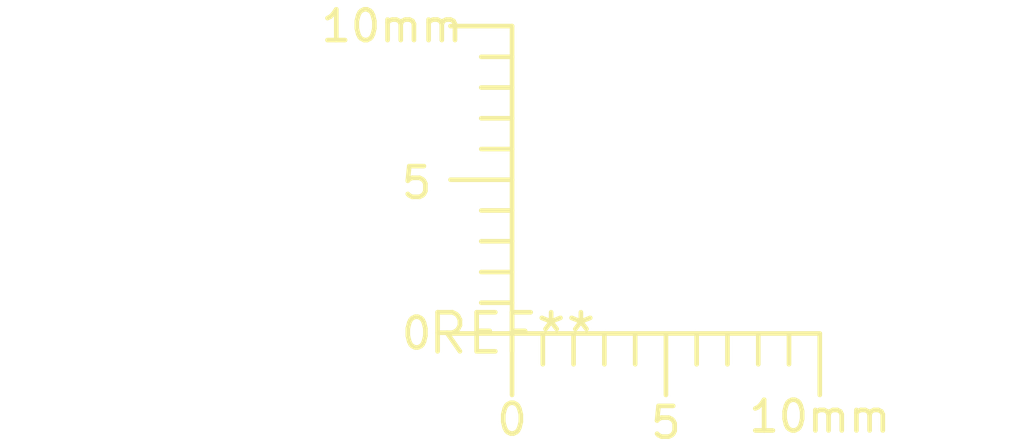
<source format=kicad_pcb>
(kicad_pcb (version 20240108) (generator pcbnew)
  (layers (0 "F.Cu" signal) (31 "B.Cu" signal) (34 "B.Paste" user) (35 "F.Paste" user) (36 "B.SilkS" user "B.Silkscreen") (37 "F.SilkS" user "F.Silkscreen") (38 "B.Mask" user) (39 "F.Mask" user) (44 "Edge.Cuts" user))
  (net 0 "")
  (footprint "Gauge_10mm_Type2_SilkScreenTop" (layer "F.Cu") (at 0 0)
    (property "Reference" "REF**")
    (property "Value" "Gauge_10mm_Type2_SilkScreenTop")
    (fp_line (start 0 -9.99998) (end -1.99898 -9.99998) (layer "F.SilkS") (stroke (width 0.15)))
    (fp_line (start 0 -8.99922) (end -1.00076 -8.99922) (layer "F.SilkS") (stroke (width 0.15)))
    (fp_line (start 0 -8.001) (end -1.00076 -8.001) (layer "F.SilkS") (stroke (width 0.15)))
    (fp_line (start 0 -7.00024) (end -1.00076 -7.00024) (layer "F.SilkS") (stroke (width 0.15)))
    (fp_line (start 0 -5.99948) (end -1.00076 -5.99948) (layer "F.SilkS") (stroke (width 0.15)))
    (fp_line (start 0 -5.00126) (end -1.99898 -5.00126) (layer "F.SilkS") (stroke (width 0.15)))
    (fp_line (start 0 -4.0005) (end -1.00076 -4.0005) (layer "F.SilkS") (stroke (width 0.15)))
    (fp_line (start 0 -2.99974) (end -1.00076 -2.99974) (layer "F.SilkS") (stroke (width 0.15)))
    (fp_line (start 0 -1.99898) (end -1.00076 -1.99898) (layer "F.SilkS") (stroke (width 0.15)))
    (fp_line (start 0 -1.00076) (end -1.00076 -1.00076) (layer "F.SilkS") (stroke (width 0.15)))
    (fp_line (start 0 0) (end -1.99898 0) (layer "F.SilkS") (stroke (width 0.15)))
    (fp_line (start 0 0) (end 0 -9.99998) (layer "F.SilkS") (stroke (width 0.15)))
    (fp_line (start 0 0) (end 0 1.99898) (layer "F.SilkS") (stroke (width 0.15)))
    (fp_line (start 0 0) (end 9.99998 0) (layer "F.SilkS") (stroke (width 0.15)))
    (fp_line (start 1.00076 0) (end 1.00076 1.00076) (layer "F.SilkS") (stroke (width 0.15)))
    (fp_line (start 1.99898 0) (end 1.99898 1.00076) (layer "F.SilkS") (stroke (width 0.15)))
    (fp_line (start 2.99974 0) (end 2.99974 1.00076) (layer "F.SilkS") (stroke (width 0.15)))
    (fp_line (start 4.0005 0) (end 4.0005 1.00076) (layer "F.SilkS") (stroke (width 0.15)))
    (fp_line (start 5.00126 0) (end 5.00126 1.99898) (layer "F.SilkS") (stroke (width 0.15)))
    (fp_line (start 5.99948 0) (end 5.99948 1.00076) (layer "F.SilkS") (stroke (width 0.15)))
    (fp_line (start 7.00024 0) (end 7.00024 1.00076) (layer "F.SilkS") (stroke (width 0.15)))
    (fp_line (start 8.001 0) (end 8.001 1.00076) (layer "F.SilkS") (stroke (width 0.15)))
    (fp_line (start 8.99922 0) (end 8.99922 1.00076) (layer "F.SilkS") (stroke (width 0.15)))
    (fp_line (start 9.99998 0) (end 9.99998 1.99898) (layer "F.SilkS") (stroke (width 0.15)))
    (fp_text user "0" (at 0 2.79908 0) (layer "F.SilkS"))
    (fp_text user "5" (at 4.99872 2.90068 0) (layer "F.SilkS"))
    (fp_text user "5" (at -3.10134 -4.89966 0) (layer "F.SilkS"))
    (fp_text user "0" (at -3.10134 0 0) (layer "F.SilkS"))
    (fp_text user "10mm" (at 9.99998 2.70002 0) (layer "F.SilkS"))
    (fp_text user "10mm" (at -3.90144 -9.99998 0) (layer "F.SilkS"))
  )
)
</source>
